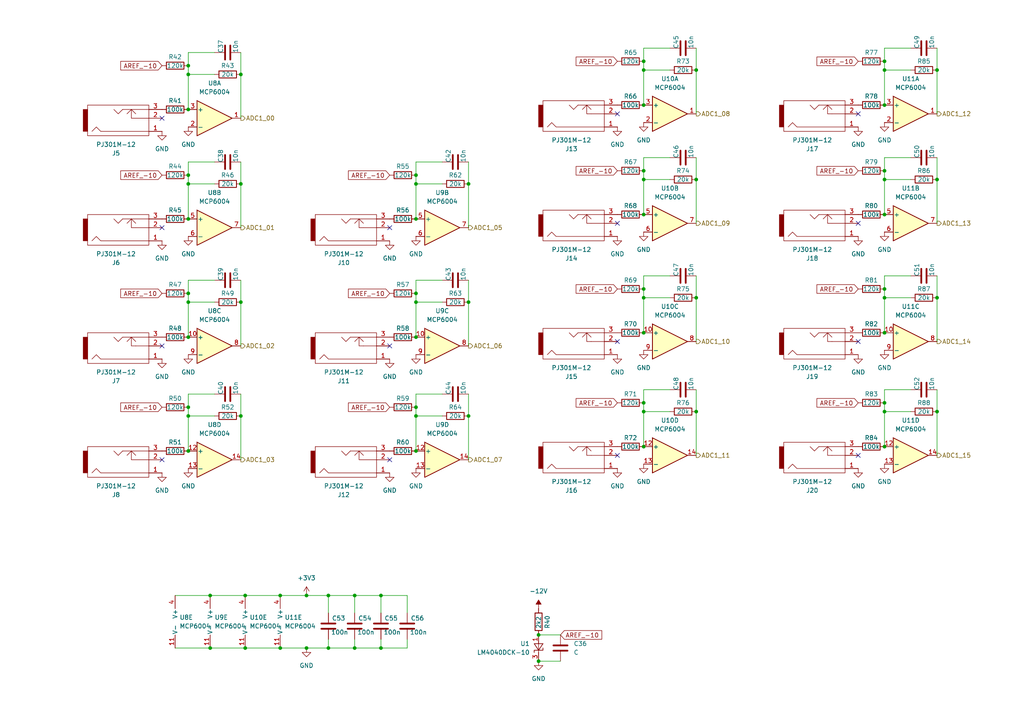
<source format=kicad_sch>
(kicad_sch (version 20231120) (generator "eeschema") (generator_version "8.0")
  (paper "A4")
  (title_block (title "-8/+8 ADC inputs"))
  (lib_symbols
    (symbol "Amplifier_Operational:MCP6004" (pin_names (offset 0.127))
      (property "Reference" "U" (at 0 5.08 0))
      (property "Value" "MCP6004" (at 0 -5.08 0))
      (symbol "MCP6004_1_1"
        (polyline (pts (xy -5.08 5.08) (xy 5.08 0) (xy -5.08 -5.08) (xy -5.08 5.08)) (stroke (width 0.254)) (fill (type background)))
        (pin output line (at 7.62 0 180) (length 2.54) (name "~") (number "1"))
        (pin input line (at -7.62 -2.54 0) (length 2.54) (name "-") (number "2"))
        (pin input line (at -7.62 2.54 0) (length 2.54) (name "+") (number "3"))
      )
      (symbol "MCP6004_2_1"
        (polyline (pts (xy -5.08 5.08) (xy 5.08 0) (xy -5.08 -5.08) (xy -5.08 5.08)) (stroke (width 0.254)) (fill (type background)))
        (pin input line (at -7.62 2.54 0) (length 2.54) (name "+") (number "5"))
        (pin input line (at -7.62 -2.54 0) (length 2.54) (name "-") (number "6"))
        (pin output line (at 7.62 0 180) (length 2.54) (name "~") (number "7"))
      )
      (symbol "MCP6004_3_1"
        (polyline (pts (xy -5.08 5.08) (xy 5.08 0) (xy -5.08 -5.08) (xy -5.08 5.08)) (stroke (width 0.254)) (fill (type background)))
        (pin input line (at -7.62 2.54 0) (length 2.54) (name "+") (number "10"))
        (pin output line (at 7.62 0 180) (length 2.54) (name "~") (number "8"))
        (pin input line (at -7.62 -2.54 0) (length 2.54) (name "-") (number "9"))
      )
      (symbol "MCP6004_4_1"
        (polyline (pts (xy -5.08 5.08) (xy 5.08 0) (xy -5.08 -5.08) (xy -5.08 5.08)) (stroke (width 0.254)) (fill (type background)))
        (pin input line (at -7.62 2.54 0) (length 2.54) (name "+") (number "12"))
        (pin input line (at -7.62 -2.54 0) (length 2.54) (name "-") (number "13"))
        (pin output line (at 7.62 0 180) (length 2.54) (name "~") (number "14"))
      )
      (symbol "MCP6004_5_1"
        (pin power_in line (at -2.54 -7.62 90) (length 3.81) (name "V-") (number "11"))
        (pin power_in line (at -2.54 7.62 270) (length 3.81) (name "V+") (number "4"))
      )
    )
    (symbol "Device:C" (pin_numbers hide) (pin_names (offset 0.254))
      (property "Reference" "C" (at 0.635 2.54 0))
      (property "Value" "C" (at 0.635 -2.54 0))
      (symbol "C_0_1"
        (polyline (pts (xy -2.032 -0.762) (xy 2.032 -0.762)) (stroke (width 0.508)))
        (polyline (pts (xy -2.032 0.762) (xy 2.032 0.762)) (stroke (width 0.508)))
      )
      (symbol "C_1_1"
        (pin passive line (at 0 3.81 270) (length 2.794) (name "~") (number "1"))
        (pin passive line (at 0 -3.81 90) (length 2.794) (name "~") (number "2"))
      )
    )
    (symbol "Device:R" (pin_numbers hide) (pin_names (offset 0))
      (property "Reference" "R" (at 2.032 0 90))
      (property "Value" "R" (at 0 0 90))
      (symbol "R_0_1"
        (rectangle (start -1.016 -2.54) (end 1.016 2.54) (stroke (width 0.254)))
      )
      (symbol "R_1_1"
        (pin passive line (at 0 3.81 270) (length 1.27) (name "~") (number "1"))
        (pin passive line (at 0 -3.81 90) (length 1.27) (name "~") (number "2"))
      )
    )
    (symbol "Reference_Voltage:LM4040DCK-10" (pin_names (offset 0.0254) hide)
      (property "Reference" "U" (at 0 2.54 0))
      (property "Value" "LM4040DCK-10" (at 0 -3.175 0))
      (symbol "LM4040DCK-10_0_1"
        (polyline (pts (xy -1.27 0) (xy 0 0) (xy 1.27 0)))
        (polyline (pts (xy -1.27 -1.27) (xy 0.635 0) (xy -1.27 1.27) (xy -1.27 -1.27)) (stroke (width 0.2032)))
        (polyline (pts (xy 0 -1.27) (xy 0.635 -1.27) (xy 0.635 1.27) (xy 1.27 1.27)) (stroke (width 0.2032)))
      )
      (symbol "LM4040DCK-10_1_1"
        (pin passive line (at -3.81 0 0) (length 2.54) (name "A") (number "1"))
        (pin no_connect line (at -1.27 0 0) (length 2.54) hide (name "NC") (number "2"))
        (pin passive line (at 3.81 0 180) (length 2.54) (name "K") (number "3"))
        (pin no_connect line (at 0 0 0) (length 2.54) hide (name "NC") (number "4"))
        (pin no_connect line (at 1.27 0 0) (length 2.54) hide (name "NC") (number "5"))
      )
    )
    (symbol "eurocad:PJ301M-12" (pin_names (offset 1.016))
      (property "Reference" "J" (at -8.89 -5.08 0))
      (property "Value" "PJ301M-12" (at -3.81 6.35 0))
      (symbol "PJ301M-12_0_1"
        (rectangle (start -11.43 3.81) (end -10.16 -2.54) (fill (type outline)))
        (polyline (pts (xy 3.81 0) (xy 7.62 0) (xy 7.62 0)))
        (polyline (pts (xy 0 -2.54) (xy -1.27 -1.27) (xy -2.54 -2.54) (xy -2.54 -2.54)))
        (polyline (pts (xy 0 -2.54) (xy 7.62 -2.54) (xy 7.62 -2.54) (xy 7.62 -2.54)))
        (polyline (pts (xy 1.27 -1.27) (xy 2.54 -2.54) (xy 3.81 -1.27) (xy 3.81 -1.27)))
        (polyline (pts (xy 3.81 0) (xy 2.54 0) (xy 2.54 -2.54) (xy 2.54 -2.54)))
        (polyline (pts (xy 7.62 3.81) (xy -6.35 3.81) (xy -7.62 2.54) (xy -8.89 3.81) (xy -8.89 3.81)))
        (rectangle (start 7.62 -3.81) (end -10.16 5.08))
      )
      (symbol "PJ301M-12_1_1"
        (pin passive line (at 11.43 3.81 180) (length 3.81) (name "~") (number "1"))
        (pin passive line (at 11.43 0 180) (length 3.81) (name "~") (number "2"))
        (pin passive line (at 11.43 -2.54 180) (length 3.81) (name "~") (number "3"))
      )
    )
    (symbol "power:+3V3" (power) (pin_numbers hide) (pin_names (offset 0) hide)
      (property "Value" "+3V3" (at 0 3.556 0))
      (symbol "+3V3_0_1"
        (polyline (pts (xy -0.762 1.27) (xy 0 2.54)))
        (polyline (pts (xy 0 0) (xy 0 2.54)))
        (polyline (pts (xy 0 2.54) (xy 0.762 1.27)))
      )
      (symbol "+3V3_1_1"
        (pin power_in line (at 0 0 90) (length 0) (name "~") (number "1"))
      )
    )
    (symbol "power:-12V" (power) (pin_numbers hide) (pin_names (offset 0) hide)
      (property "Value" "-12V" (at 0 3.556 0))
      (symbol "-12V_0_0"
        (pin power_in line (at 0 0 90) (length 0) (name "~") (number "1"))
      )
      (symbol "-12V_0_1"
        (polyline (pts (xy 0 0) (xy 0 1.27) (xy 0.762 1.27) (xy 0 2.54) (xy -0.762 1.27) (xy 0 1.27)) (fill (type outline)))
      )
    )
    (symbol "power:GND" (power) (pin_numbers hide) (pin_names (offset 0) hide)
      (property "Value" "GND" (at 0 -3.81 0))
      (symbol "GND_0_1"
        (polyline (pts (xy 0 0) (xy 0 -1.27) (xy 1.27 -1.27) (xy 0 -2.54) (xy -1.27 -1.27) (xy 0 -1.27)))
      )
      (symbol "GND_1_1"
        (pin power_in line (at 0 0 270) (length 0) (name "~") (number "1"))
      )
    )
  )
  (junction (at 69.85 87.63))
  (junction (at 256.54 83.82))
  (junction (at 256.54 96.52))
  (junction (at 95.25 172.72))
  (junction (at 60.96 187.96))
  (junction (at 186.69 49.53))
  (junction (at 54.61 31.75))
  (junction (at 54.61 21.59))
  (junction (at 95.25 187.96))
  (junction (at 102.87 172.72))
  (junction (at 156.21 184.15))
  (junction (at 54.61 118.11))
  (junction (at 54.61 53.34))
  (junction (at 135.89 87.63))
  (junction (at 186.69 86.36))
  (junction (at 69.85 21.59))
  (junction (at 186.69 96.52))
  (junction (at 256.54 52.07))
  (junction (at 81.28 187.96))
  (junction (at 271.78 119.38))
  (junction (at 186.69 119.38))
  (junction (at 69.85 120.65))
  (junction (at 120.65 85.09))
  (junction (at 135.89 53.34))
  (junction (at 120.65 97.79))
  (junction (at 201.93 86.36))
  (junction (at 120.65 53.34))
  (junction (at 256.54 86.36))
  (junction (at 271.78 86.36))
  (junction (at 54.61 97.79))
  (junction (at 54.61 19.05))
  (junction (at 271.78 52.07))
  (junction (at 120.65 130.81))
  (junction (at 60.96 172.72))
  (junction (at 156.21 191.77))
  (junction (at 120.65 50.8))
  (junction (at 256.54 49.53))
  (junction (at 256.54 20.32))
  (junction (at 54.61 85.09))
  (junction (at 256.54 129.54))
  (junction (at 271.78 20.32))
  (junction (at 186.69 30.48))
  (junction (at 256.54 119.38))
  (junction (at 256.54 116.84))
  (junction (at 186.69 116.84))
  (junction (at 71.12 187.96))
  (junction (at 135.89 120.65))
  (junction (at 54.61 130.81))
  (junction (at 186.69 83.82))
  (junction (at 81.28 172.72))
  (junction (at 186.69 129.54))
  (junction (at 54.61 50.8))
  (junction (at 54.61 63.5))
  (junction (at 201.93 52.07))
  (junction (at 201.93 20.32))
  (junction (at 102.87 187.96))
  (junction (at 120.65 120.65))
  (junction (at 88.9 172.72))
  (junction (at 110.49 187.96))
  (junction (at 110.49 172.72))
  (junction (at 120.65 87.63))
  (junction (at 186.69 52.07))
  (junction (at 256.54 62.23))
  (junction (at 186.69 17.78))
  (junction (at 256.54 30.48))
  (junction (at 54.61 87.63))
  (junction (at 186.69 62.23))
  (junction (at 88.9 187.96))
  (junction (at 120.65 118.11))
  (junction (at 69.85 53.34))
  (junction (at 71.12 172.72))
  (junction (at 256.54 17.78))
  (junction (at 186.69 20.32))
  (junction (at 201.93 119.38))
  (junction (at 54.61 120.65))
  (junction (at 120.65 63.5))
  (no_connect (at 46.99 34.29))
  (no_connect (at 179.07 64.77))
  (no_connect (at 248.92 132.08))
  (no_connect (at 248.92 64.77))
  (no_connect (at 113.03 66.04))
  (no_connect (at 46.99 133.35))
  (no_connect (at 46.99 66.04))
  (no_connect (at 248.92 99.06))
  (no_connect (at 113.03 100.33))
  (no_connect (at 248.92 33.02))
  (no_connect (at 179.07 99.06))
  (no_connect (at 113.03 133.35))
  (no_connect (at 46.99 100.33))
  (no_connect (at 179.07 132.08))
  (no_connect (at 179.07 33.02))
  (wire (pts (xy 156.21 184.15) (xy 162.56 184.15)))
  (wire (pts (xy 54.61 85.09) (xy 54.61 87.63)))
  (wire (pts (xy 186.69 113.03) (xy 186.69 116.84)))
  (wire (pts (xy 271.78 119.38) (xy 271.78 132.08)))
  (wire (pts (xy 54.61 53.34) (xy 54.61 63.5)))
  (wire (pts (xy 69.85 87.63) (xy 69.85 100.33)))
  (wire (pts (xy 62.23 120.65) (xy 54.61 120.65)))
  (wire (pts (xy 69.85 21.59) (xy 69.85 34.29)))
  (wire (pts (xy 128.27 53.34) (xy 120.65 53.34)))
  (wire (pts (xy 128.27 114.3) (xy 120.65 114.3)))
  (wire (pts (xy 186.69 13.97) (xy 186.69 17.78)))
  (wire (pts (xy 62.23 87.63) (xy 54.61 87.63)))
  (wire (pts (xy 54.61 21.59) (xy 54.61 31.75)))
  (wire (pts (xy 54.61 50.8) (xy 54.61 53.34)))
  (wire (pts (xy 62.23 81.28) (xy 54.61 81.28)))
  (wire (pts (xy 186.69 49.53) (xy 186.69 52.07)))
  (wire (pts (xy 120.65 114.3) (xy 120.65 118.11)))
  (wire (pts (xy 69.85 46.99) (xy 69.85 53.34)))
  (wire (pts (xy 71.12 187.96) (xy 81.28 187.96)))
  (wire (pts (xy 71.12 172.72) (xy 81.28 172.72)))
  (wire (pts (xy 186.69 86.36) (xy 186.69 96.52)))
  (wire (pts (xy 201.93 13.97) (xy 201.93 20.32)))
  (wire (pts (xy 186.69 119.38) (xy 186.69 129.54)))
  (wire (pts (xy 69.85 114.3) (xy 69.85 120.65)))
  (wire (pts (xy 271.78 86.36) (xy 271.78 99.06)))
  (wire (pts (xy 54.61 46.99) (xy 54.61 50.8)))
  (wire (pts (xy 256.54 20.32) (xy 256.54 30.48)))
  (wire (pts (xy 186.69 80.01) (xy 186.69 83.82)))
  (wire (pts (xy 135.89 120.65) (xy 135.89 133.35)))
  (wire (pts (xy 271.78 52.07) (xy 271.78 64.77)))
  (wire (pts (xy 60.96 187.96) (xy 71.12 187.96)))
  (wire (pts (xy 120.65 118.11) (xy 120.65 120.65)))
  (wire (pts (xy 201.93 86.36) (xy 201.93 99.06)))
  (wire (pts (xy 69.85 81.28) (xy 69.85 87.63)))
  (wire (pts (xy 256.54 80.01) (xy 256.54 83.82)))
  (wire (pts (xy 95.25 172.72) (xy 95.25 177.8)))
  (wire (pts (xy 264.16 113.03) (xy 256.54 113.03)))
  (wire (pts (xy 120.65 81.28) (xy 120.65 85.09)))
  (wire (pts (xy 271.78 80.01) (xy 271.78 86.36)))
  (wire (pts (xy 135.89 81.28) (xy 135.89 87.63)))
  (wire (pts (xy 186.69 116.84) (xy 186.69 119.38)))
  (wire (pts (xy 120.65 85.09) (xy 120.65 87.63)))
  (wire (pts (xy 54.61 81.28) (xy 54.61 85.09)))
  (wire (pts (xy 69.85 15.24) (xy 69.85 21.59)))
  (wire (pts (xy 118.11 172.72) (xy 118.11 177.8)))
  (wire (pts (xy 201.93 20.32) (xy 201.93 33.02)))
  (wire (pts (xy 156.21 191.77) (xy 162.56 191.77)))
  (wire (pts (xy 264.16 20.32) (xy 256.54 20.32)))
  (wire (pts (xy 128.27 87.63) (xy 120.65 87.63)))
  (wire (pts (xy 128.27 46.99) (xy 120.65 46.99)))
  (wire (pts (xy 256.54 13.97) (xy 256.54 17.78)))
  (wire (pts (xy 271.78 20.32) (xy 271.78 33.02)))
  (wire (pts (xy 256.54 86.36) (xy 256.54 96.52)))
  (wire (pts (xy 120.65 50.8) (xy 120.65 53.34)))
  (wire (pts (xy 194.31 52.07) (xy 186.69 52.07)))
  (wire (pts (xy 256.54 116.84) (xy 256.54 119.38)))
  (wire (pts (xy 88.9 172.72) (xy 95.25 172.72)))
  (wire (pts (xy 120.65 46.99) (xy 120.65 50.8)))
  (wire (pts (xy 201.93 80.01) (xy 201.93 86.36)))
  (wire (pts (xy 54.61 19.05) (xy 54.61 21.59)))
  (wire (pts (xy 201.93 119.38) (xy 201.93 132.08)))
  (wire (pts (xy 264.16 119.38) (xy 256.54 119.38)))
  (wire (pts (xy 120.65 120.65) (xy 120.65 130.81)))
  (wire (pts (xy 54.61 114.3) (xy 54.61 118.11)))
  (wire (pts (xy 110.49 172.72) (xy 118.11 172.72)))
  (wire (pts (xy 81.28 187.96) (xy 88.9 187.96)))
  (wire (pts (xy 50.8 172.72) (xy 60.96 172.72)))
  (wire (pts (xy 62.23 15.24) (xy 54.61 15.24)))
  (wire (pts (xy 256.54 119.38) (xy 256.54 129.54)))
  (wire (pts (xy 110.49 187.96) (xy 118.11 187.96)))
  (wire (pts (xy 88.9 187.96) (xy 95.25 187.96)))
  (wire (pts (xy 264.16 13.97) (xy 256.54 13.97)))
  (wire (pts (xy 102.87 187.96) (xy 110.49 187.96)))
  (wire (pts (xy 194.31 86.36) (xy 186.69 86.36)))
  (wire (pts (xy 62.23 114.3) (xy 54.61 114.3)))
  (wire (pts (xy 256.54 49.53) (xy 256.54 52.07)))
  (wire (pts (xy 264.16 52.07) (xy 256.54 52.07)))
  (wire (pts (xy 128.27 120.65) (xy 120.65 120.65)))
  (wire (pts (xy 256.54 113.03) (xy 256.54 116.84)))
  (wire (pts (xy 135.89 87.63) (xy 135.89 100.33)))
  (wire (pts (xy 186.69 83.82) (xy 186.69 86.36)))
  (wire (pts (xy 264.16 80.01) (xy 256.54 80.01)))
  (wire (pts (xy 264.16 86.36) (xy 256.54 86.36)))
  (wire (pts (xy 194.31 119.38) (xy 186.69 119.38)))
  (wire (pts (xy 135.89 46.99) (xy 135.89 53.34)))
  (wire (pts (xy 50.8 187.96) (xy 60.96 187.96)))
  (wire (pts (xy 110.49 172.72) (xy 110.49 177.8)))
  (wire (pts (xy 102.87 172.72) (xy 102.87 177.8)))
  (wire (pts (xy 110.49 185.42) (xy 110.49 187.96)))
  (wire (pts (xy 201.93 45.72) (xy 201.93 52.07)))
  (wire (pts (xy 201.93 52.07) (xy 201.93 64.77)))
  (wire (pts (xy 62.23 21.59) (xy 54.61 21.59)))
  (wire (pts (xy 62.23 46.99) (xy 54.61 46.99)))
  (wire (pts (xy 135.89 114.3) (xy 135.89 120.65)))
  (wire (pts (xy 135.89 53.34) (xy 135.89 66.04)))
  (wire (pts (xy 201.93 113.03) (xy 201.93 119.38)))
  (wire (pts (xy 102.87 172.72) (xy 110.49 172.72)))
  (wire (pts (xy 194.31 13.97) (xy 186.69 13.97)))
  (wire (pts (xy 62.23 53.34) (xy 54.61 53.34)))
  (wire (pts (xy 95.25 172.72) (xy 102.87 172.72)))
  (wire (pts (xy 95.25 187.96) (xy 102.87 187.96)))
  (wire (pts (xy 256.54 52.07) (xy 256.54 62.23)))
  (wire (pts (xy 60.96 172.72) (xy 71.12 172.72)))
  (wire (pts (xy 194.31 113.03) (xy 186.69 113.03)))
  (wire (pts (xy 271.78 45.72) (xy 271.78 52.07)))
  (wire (pts (xy 186.69 52.07) (xy 186.69 62.23)))
  (wire (pts (xy 194.31 20.32) (xy 186.69 20.32)))
  (wire (pts (xy 256.54 83.82) (xy 256.54 86.36)))
  (wire (pts (xy 186.69 20.32) (xy 186.69 30.48)))
  (wire (pts (xy 54.61 120.65) (xy 54.61 130.81)))
  (wire (pts (xy 54.61 87.63) (xy 54.61 97.79)))
  (wire (pts (xy 69.85 120.65) (xy 69.85 133.35)))
  (wire (pts (xy 194.31 80.01) (xy 186.69 80.01)))
  (wire (pts (xy 120.65 53.34) (xy 120.65 63.5)))
  (wire (pts (xy 256.54 17.78) (xy 256.54 20.32)))
  (wire (pts (xy 128.27 81.28) (xy 120.65 81.28)))
  (wire (pts (xy 271.78 13.97) (xy 271.78 20.32)))
  (wire (pts (xy 69.85 53.34) (xy 69.85 66.04)))
  (wire (pts (xy 54.61 118.11) (xy 54.61 120.65)))
  (wire (pts (xy 186.69 17.78) (xy 186.69 20.32)))
  (wire (pts (xy 102.87 185.42) (xy 102.87 187.96)))
  (wire (pts (xy 256.54 45.72) (xy 256.54 49.53)))
  (wire (pts (xy 118.11 185.42) (xy 118.11 187.96)))
  (wire (pts (xy 186.69 45.72) (xy 186.69 49.53)))
  (wire (pts (xy 54.61 15.24) (xy 54.61 19.05)))
  (wire (pts (xy 271.78 113.03) (xy 271.78 119.38)))
  (wire (pts (xy 120.65 87.63) (xy 120.65 97.79)))
  (wire (pts (xy 95.25 185.42) (xy 95.25 187.96)))
  (wire (pts (xy 264.16 45.72) (xy 256.54 45.72)))
  (wire (pts (xy 194.31 45.72) (xy 186.69 45.72)))
  (wire (pts (xy 81.28 172.72) (xy 88.9 172.72)))
  (global_label "AREF_-10" (shape input) (at 248.92 83.82 180) (property "Intersheetrefs" "${INTERSHEET_REFS}" (effects (hide yes))))
  (global_label "AREF_-10" (shape input) (at 113.03 50.8 180) (property "Intersheetrefs" "${INTERSHEET_REFS}" (effects (hide yes))))
  (global_label "AREF_-10" (shape input) (at 179.07 116.84 180) (property "Intersheetrefs" "${INTERSHEET_REFS}" (effects (hide yes))))
  (global_label "AREF_-10" (shape input) (at 179.07 17.78 180) (property "Intersheetrefs" "${INTERSHEET_REFS}" (effects (hide yes))))
  (global_label "AREF_-10" (shape input) (at 46.99 50.8 180) (property "Intersheetrefs" "${INTERSHEET_REFS}" (effects (hide yes))))
  (global_label "AREF_-10" (shape input) (at 248.92 116.84 180) (property "Intersheetrefs" "${INTERSHEET_REFS}" (effects (hide yes))))
  (global_label "AREF_-10" (shape input) (at 113.03 118.11 180) (property "Intersheetrefs" "${INTERSHEET_REFS}" (effects (hide yes))))
  (global_label "AREF_-10" (shape input) (at 179.07 49.53 180) (property "Intersheetrefs" "${INTERSHEET_REFS}" (effects (hide yes))))
  (global_label "AREF_-10" (shape input) (at 248.92 49.53 180) (property "Intersheetrefs" "${INTERSHEET_REFS}" (effects (hide yes))))
  (global_label "AREF_-10" (shape input) (at 46.99 118.11 180) (property "Intersheetrefs" "${INTERSHEET_REFS}" (effects (hide yes))))
  (global_label "AREF_-10" (shape input) (at 179.07 83.82 180) (property "Intersheetrefs" "${INTERSHEET_REFS}" (effects (hide yes))))
  (global_label "AREF_-10" (shape input) (at 248.92 17.78 180) (property "Intersheetrefs" "${INTERSHEET_REFS}" (effects (hide yes))))
  (global_label "AREF_-10" (shape input) (at 162.56 184.15 0) (property "Intersheetrefs" "${INTERSHEET_REFS}" (effects (hide yes))))
  (global_label "AREF_-10" (shape input) (at 46.99 19.05 180) (property "Intersheetrefs" "${INTERSHEET_REFS}" (effects (hide yes))))
  (global_label "AREF_-10" (shape input) (at 113.03 85.09 180) (property "Intersheetrefs" "${INTERSHEET_REFS}" (effects (hide yes))))
  (global_label "AREF_-10" (shape input) (at 46.99 85.09 180) (property "Intersheetrefs" "${INTERSHEET_REFS}" (effects (hide yes))))
  (hierarchical_label "ADC1_14" (shape output) (at 271.78 99.06 0))
  (hierarchical_label "ADC1_11" (shape output) (at 201.93 132.08 0))
  (hierarchical_label "ADC1_05" (shape output) (at 135.89 66.04 0))
  (hierarchical_label "ADC1_06" (shape output) (at 135.89 100.33 0))
  (hierarchical_label "ADC1_10" (shape output) (at 201.93 99.06 0))
  (hierarchical_label "ADC1_01" (shape output) (at 69.85 66.04 0))
  (hierarchical_label "ADC1_15" (shape output) (at 271.78 132.08 0))
  (hierarchical_label "ADC1_03" (shape output) (at 69.85 133.35 0))
  (hierarchical_label "ADC1_07" (shape output) (at 135.89 133.35 0))
  (hierarchical_label "ADC1_12" (shape output) (at 271.78 33.02 0))
  (hierarchical_label "ADC1_02" (shape output) (at 69.85 100.33 0))
  (hierarchical_label "ADC1_08" (shape output) (at 201.93 33.02 0))
  (hierarchical_label "ADC1_00" (shape output) (at 69.85 34.29 0))
  (hierarchical_label "ADC1_09" (shape output) (at 201.93 64.77 0))
  (hierarchical_label "ADC1_13" (shape output) (at 271.78 64.77 0))
  (symbol (lib_id "power:GND") (at 46.99 69.85 0) (unit 1)
    (property "Reference" "#PWR070" (effects (hide yes)))
    (property "Value" "GND" (at 46.99 74.93 0))
    (property "Description" "Power symbol creates a global label with name \"GND\" , ground" (effects (hide yes)))
  )
  (symbol (lib_id "Device:R") (at 267.97 20.32 90) (unit 1)
    (property "Reference" "R85" (at 267.97 17.78 90))
    (property "Value" "20k" (at 267.97 20.32 90))
    (property "Description" "Resistor" (effects (hide yes)))
  )
  (symbol (lib_id "power:GND") (at 113.03 137.16 0) (unit 1)
    (property "Reference" "#PWR079" (effects (hide yes)))
    (property "Value" "GND" (at 113.03 142.24 0))
    (property "Description" "Power symbol creates a global label with name \"GND\" , ground" (effects (hide yes)))
  )
  (symbol (lib_id "Amplifier_Operational:MCP6004") (at 194.31 99.06 0) (unit 3)
    (property "Reference" "U10" (at 194.31 88.9 0))
    (property "Value" "MCP6004" (at 194.31 91.44 0))
    (property "Datasheet" "http://ww1.microchip.com/downloads/en/DeviceDoc/21733j.pdf" (effects (hide yes)))
    (property "Description" "1MHz, Low-Power Op Amp, DIP-14/SOIC-14/TSSOP-14" (effects (hide yes)))
  )
  (symbol (lib_id "power:GND") (at 179.07 36.83 0) (unit 1)
    (property "Reference" "#PWR084" (effects (hide yes)))
    (property "Value" "GND" (at 179.07 41.91 0))
    (property "Description" "Power symbol creates a global label with name \"GND\" , ground" (effects (hide yes)))
  )
  (symbol (lib_id "power:GND") (at 54.61 68.58 0) (unit 1)
    (property "Reference" "#PWR071" (effects (hide yes)))
    (property "Value" "GND" (at 54.61 73.66 0))
    (property "Description" "Power symbol creates a global label with name \"GND\" , ground" (effects (hide yes)))
  )
  (symbol (lib_id "Device:C") (at 132.08 81.28 90) (unit 1)
    (property "Reference" "C43" (at 130.048 79.502 0))
    (property "Value" "10n" (at 134.366 79.502 0))
    (property "Description" "Unpolarized capacitor" (effects (hide yes)))
  )
  (symbol (lib_id "power:GND") (at 54.61 36.83 0) (unit 1)
    (property "Reference" "#PWR069" (effects (hide yes)))
    (property "Value" "GND" (at 54.61 41.91 0))
    (property "Description" "Power symbol creates a global label with name \"GND\" , ground" (effects (hide yes)))
  )
  (symbol (lib_id "Device:R") (at 198.12 86.36 90) (unit 1)
    (property "Reference" "R75" (at 198.12 83.82 90))
    (property "Value" "20k" (at 198.12 86.36 90))
    (property "Description" "Resistor" (effects (hide yes)))
  )
  (symbol (lib_id "Device:R") (at 252.73 49.53 90) (unit 1)
    (property "Reference" "R79" (at 252.73 46.99 90))
    (property "Value" "120k" (at 252.73 49.53 90))
    (property "Description" "Resistor" (effects (hide yes)))
  )
  (symbol (lib_id "Amplifier_Operational:MCP6004") (at 194.31 33.02 0) (unit 1)
    (property "Reference" "U10" (at 194.31 22.86 0))
    (property "Value" "MCP6004" (at 194.31 25.4 0))
    (property "Datasheet" "http://ww1.microchip.com/downloads/en/DeviceDoc/21733j.pdf" (effects (hide yes)))
    (property "Description" "1MHz, Low-Power Op Amp, DIP-14/SOIC-14/TSSOP-14" (effects (hide yes)))
  )
  (symbol (lib_id "Device:C") (at 198.12 80.01 90) (unit 1)
    (property "Reference" "C47" (at 196.088 78.232 0))
    (property "Value" "10n" (at 200.406 78.232 0))
    (property "Description" "Unpolarized capacitor" (effects (hide yes)))
  )
  (symbol (lib_id "power:GND") (at 256.54 134.62 0) (unit 1)
    (property "Reference" "#PWR099" (effects (hide yes)))
    (property "Value" "GND" (at 256.54 139.7 0))
    (property "Description" "Power symbol creates a global label with name \"GND\" , ground" (effects (hide yes)))
  )
  (symbol (lib_id "Device:R") (at 50.8 118.11 90) (unit 1)
    (property "Reference" "R50" (at 50.8 115.57 90))
    (property "Value" "120k" (at 50.8 118.11 90))
    (property "Description" "Resistor" (effects (hide yes)))
  )
  (symbol (lib_id "power:GND") (at 120.65 135.89 0) (unit 1)
    (property "Reference" "#PWR083" (effects (hide yes)))
    (property "Value" "GND" (at 120.65 140.97 0))
    (property "Description" "Power symbol creates a global label with name \"GND\" , ground" (effects (hide yes)))
  )
  (symbol (lib_id "power:GND") (at 46.99 38.1 0) (unit 1)
    (property "Reference" "#PWR068" (effects (hide yes)))
    (property "Value" "GND" (at 46.99 43.18 0))
    (property "Description" "Power symbol creates a global label with name \"GND\" , ground" (effects (hide yes)))
  )
  (symbol (lib_id "power:GND") (at 179.07 68.58 0) (unit 1)
    (property "Reference" "#PWR085" (effects (hide yes)))
    (property "Value" "GND" (at 179.07 73.66 0))
    (property "Description" "Power symbol creates a global label with name \"GND\" , ground" (effects (hide yes)))
  )
  (symbol (lib_id "Amplifier_Operational:MCP6004") (at 62.23 100.33 0) (unit 3)
    (property "Reference" "U8" (at 62.23 90.17 0))
    (property "Value" "MCP6004" (at 62.23 92.71 0))
    (property "Datasheet" "http://ww1.microchip.com/downloads/en/DeviceDoc/21733j.pdf" (effects (hide yes)))
    (property "Description" "1MHz, Low-Power Op Amp, DIP-14/SOIC-14/TSSOP-14" (effects (hide yes)))
  )
  (symbol (lib_id "Amplifier_Operational:MCP6004") (at 62.23 66.04 0) (unit 2)
    (property "Reference" "U8" (at 62.23 55.88 0))
    (property "Value" "MCP6004" (at 62.23 58.42 0))
    (property "Datasheet" "http://ww1.microchip.com/downloads/en/DeviceDoc/21733j.pdf" (effects (hide yes)))
    (property "Description" "1MHz, Low-Power Op Amp, DIP-14/SOIC-14/TSSOP-14" (effects (hide yes)))
  )
  (symbol (lib_id "power:GND") (at 186.69 134.62 0) (unit 1)
    (property "Reference" "#PWR091" (effects (hide yes)))
    (property "Value" "GND" (at 186.69 139.7 0))
    (property "Description" "Power symbol creates a global label with name \"GND\" , ground" (effects (hide yes)))
  )
  (symbol (lib_id "Device:R") (at 252.73 83.82 90) (unit 1)
    (property "Reference" "R81" (at 252.73 81.28 90))
    (property "Value" "120k" (at 252.73 83.82 90))
    (property "Description" "Resistor" (effects (hide yes)))
  )
  (symbol (lib_id "Device:R") (at 252.73 96.52 90) (unit 1)
    (property "Reference" "R82" (at 252.73 93.98 90))
    (property "Value" "100k" (at 252.73 96.52 90))
    (property "Description" "Resistor" (effects (hide yes)))
  )
  (symbol (lib_id "eurocad:PJ301M-12") (at 101.6 133.35 0) (mirror x) (unit 1)
    (property "Reference" "J12" (at 99.695 143.51 0))
    (property "Value" "PJ301M-12" (at 99.695 140.97 0))
  )
  (symbol (lib_id "Device:C") (at 267.97 80.01 90) (unit 1)
    (property "Reference" "C51" (at 265.938 78.232 0))
    (property "Value" "10n" (at 270.256 78.232 0))
    (property "Description" "Unpolarized capacitor" (effects (hide yes)))
  )
  (symbol (lib_id "power:GND") (at 186.69 67.31 0) (unit 1)
    (property "Reference" "#PWR089" (effects (hide yes)))
    (property "Value" "GND" (at 186.69 72.39 0))
    (property "Description" "Power symbol creates a global label with name \"GND\" , ground" (effects (hide yes)))
  )
  (symbol (lib_id "Device:R") (at 116.84 97.79 90) (unit 1)
    (property "Reference" "R58" (at 116.84 95.25 90))
    (property "Value" "100k" (at 116.84 97.79 90))
    (property "Description" "Resistor" (effects (hide yes)))
  )
  (symbol (lib_id "eurocad:PJ301M-12") (at 167.64 64.77 0) (mirror x) (unit 1)
    (property "Reference" "J14" (at 165.735 74.93 0))
    (property "Value" "PJ301M-12" (at 165.735 72.39 0))
  )
  (symbol (lib_id "Device:R") (at 267.97 52.07 90) (unit 1)
    (property "Reference" "R86" (at 267.97 49.53 90))
    (property "Value" "20k" (at 267.97 52.07 90))
    (property "Description" "Resistor" (effects (hide yes)))
  )
  (symbol (lib_id "Device:R") (at 66.04 21.59 90) (unit 1)
    (property "Reference" "R43" (at 66.04 19.05 90))
    (property "Value" "20k" (at 66.04 21.59 90))
    (property "Description" "Resistor" (effects (hide yes)))
  )
  (symbol (lib_id "Device:C") (at 267.97 113.03 90) (unit 1)
    (property "Reference" "C52" (at 265.938 111.252 0))
    (property "Value" "10n" (at 270.256 111.252 0))
    (property "Description" "Unpolarized capacitor" (effects (hide yes)))
  )
  (symbol (lib_id "Device:C") (at 162.56 187.96 0) (unit 1)
    (property "Reference" "C36" (at 166.37 186.6899 0) (effects (justify left)))
    (property "Value" "C" (at 166.37 189.2299 0) (effects (justify left)))
    (property "Description" "Unpolarized capacitor" (effects (hide yes)))
  )
  (symbol (lib_id "Device:R") (at 182.88 62.23 90) (unit 1)
    (property "Reference" "R68" (at 182.88 59.69 90))
    (property "Value" "100k" (at 182.88 62.23 90))
    (property "Description" "Resistor" (effects (hide yes)))
  )
  (symbol (lib_id "eurocad:PJ301M-12") (at 167.64 132.08 0) (mirror x) (unit 1)
    (property "Reference" "J16" (at 165.735 142.24 0))
    (property "Value" "PJ301M-12" (at 165.735 139.7 0))
  )
  (symbol (lib_id "Device:R") (at 132.08 120.65 90) (unit 1)
    (property "Reference" "R64" (at 132.08 118.11 90))
    (property "Value" "20k" (at 132.08 120.65 90))
    (property "Description" "Resistor" (effects (hide yes)))
  )
  (symbol (lib_id "Device:R") (at 182.88 17.78 90) (unit 1)
    (property "Reference" "R65" (at 182.88 15.24 90))
    (property "Value" "120k" (at 182.88 17.78 90))
    (property "Description" "Resistor" (effects (hide yes)))
  )
  (symbol (lib_id "Device:R") (at 50.8 31.75 90) (unit 1)
    (property "Reference" "R41" (at 50.8 29.21 90))
    (property "Value" "100k" (at 50.8 31.75 90))
    (property "Description" "Resistor" (effects (hide yes)))
  )
  (symbol (lib_id "power:GND") (at 179.07 102.87 0) (unit 1)
    (property "Reference" "#PWR086" (effects (hide yes)))
    (property "Value" "GND" (at 179.07 107.95 0))
    (property "Description" "Power symbol creates a global label with name \"GND\" , ground" (effects (hide yes)))
  )
  (symbol (lib_id "Device:R") (at 132.08 53.34 90) (unit 1)
    (property "Reference" "R62" (at 132.08 50.8 90))
    (property "Value" "20k" (at 132.08 53.34 90))
    (property "Description" "Resistor" (effects (hide yes)))
  )
  (symbol (lib_id "Device:R") (at 252.73 30.48 90) (unit 1)
    (property "Reference" "R78" (at 252.73 27.94 90))
    (property "Value" "100k" (at 252.73 30.48 90))
    (property "Description" "Resistor" (effects (hide yes)))
  )
  (symbol (lib_id "eurocad:PJ301M-12") (at 167.64 33.02 0) (mirror x) (unit 1)
    (property "Reference" "J13" (at 165.735 43.18 0))
    (property "Value" "PJ301M-12" (at 165.735 40.64 0))
  )
  (symbol (lib_id "Device:R") (at 116.84 50.8 90) (unit 1)
    (property "Reference" "R55" (at 116.84 48.26 90))
    (property "Value" "120k" (at 116.84 50.8 90))
    (property "Description" "Resistor" (effects (hide yes)))
  )
  (symbol (lib_id "Amplifier_Operational:MCP6004") (at 264.16 64.77 0) (unit 2)
    (property "Reference" "U11" (at 264.16 54.61 0))
    (property "Value" "MCP6004" (at 264.16 57.15 0))
    (property "Datasheet" "http://ww1.microchip.com/downloads/en/DeviceDoc/21733j.pdf" (effects (hide yes)))
    (property "Description" "1MHz, Low-Power Op Amp, DIP-14/SOIC-14/TSSOP-14" (effects (hide yes)))
  )
  (symbol (lib_id "Device:R") (at 66.04 87.63 90) (unit 1)
    (property "Reference" "R49" (at 66.04 85.09 90))
    (property "Value" "20k" (at 66.04 87.63 90))
    (property "Description" "Resistor" (effects (hide yes)))
  )
  (symbol (lib_id "Device:C") (at 198.12 113.03 90) (unit 1)
    (property "Reference" "C48" (at 196.088 111.252 0))
    (property "Value" "10n" (at 200.406 111.252 0))
    (property "Description" "Unpolarized capacitor" (effects (hide yes)))
  )
  (symbol (lib_id "eurocad:PJ301M-12") (at 237.49 99.06 0) (mirror x) (unit 1)
    (property "Reference" "J19" (at 235.585 109.22 0))
    (property "Value" "PJ301M-12" (at 235.585 106.68 0))
  )
  (symbol (lib_id "Device:R") (at 252.73 116.84 90) (unit 1)
    (property "Reference" "R83" (at 252.73 114.3 90))
    (property "Value" "120k" (at 252.73 116.84 90))
    (property "Description" "Resistor" (effects (hide yes)))
  )
  (symbol (lib_id "Device:R") (at 252.73 17.78 90) (unit 1)
    (property "Reference" "R77" (at 252.73 15.24 90))
    (property "Value" "120k" (at 252.73 17.78 90))
    (property "Description" "Resistor" (effects (hide yes)))
  )
  (symbol (lib_id "eurocad:PJ301M-12") (at 35.56 133.35 0) (mirror x) (unit 1)
    (property "Reference" "J8" (at 33.655 143.51 0))
    (property "Value" "PJ301M-12" (at 33.655 140.97 0))
  )
  (symbol (lib_id "Device:C") (at 198.12 45.72 90) (unit 1)
    (property "Reference" "C46" (at 196.088 43.942 0))
    (property "Value" "10n" (at 200.406 43.942 0))
    (property "Description" "Unpolarized capacitor" (effects (hide yes)))
  )
  (symbol (lib_id "Device:R") (at 116.84 130.81 90) (unit 1)
    (property "Reference" "R60" (at 116.84 128.27 90))
    (property "Value" "100k" (at 116.84 130.81 90))
    (property "Description" "Resistor" (effects (hide yes)))
  )
  (symbol (lib_id "Device:C") (at 198.12 13.97 90) (unit 1)
    (property "Reference" "C45" (at 196.088 12.192 0))
    (property "Value" "10n" (at 200.406 12.192 0))
    (property "Description" "Unpolarized capacitor" (effects (hide yes)))
  )
  (symbol (lib_id "Device:R") (at 182.88 83.82 90) (unit 1)
    (property "Reference" "R69" (at 182.88 81.28 90))
    (property "Value" "120k" (at 182.88 83.82 90))
    (property "Description" "Resistor" (effects (hide yes)))
  )
  (symbol (lib_id "power:GND") (at 113.03 104.14 0) (unit 1)
    (property "Reference" "#PWR078" (effects (hide yes)))
    (property "Value" "GND" (at 113.03 109.22 0))
    (property "Description" "Power symbol creates a global label with name \"GND\" , ground" (effects (hide yes)))
  )
  (symbol (lib_id "Device:R") (at 116.84 85.09 90) (unit 1)
    (property "Reference" "R57" (at 116.84 82.55 90))
    (property "Value" "120k" (at 116.84 85.09 90))
    (property "Description" "Resistor" (effects (hide yes)))
  )
  (symbol (lib_id "Device:R") (at 198.12 20.32 90) (unit 1)
    (property "Reference" "R73" (at 198.12 17.78 90))
    (property "Value" "20k" (at 198.12 20.32 90))
    (property "Description" "Resistor" (effects (hide yes)))
  )
  (symbol (lib_id "Device:C") (at 132.08 46.99 90) (unit 1)
    (property "Reference" "C42" (at 130.048 45.212 0))
    (property "Value" "10n" (at 134.366 45.212 0))
    (property "Description" "Unpolarized capacitor" (effects (hide yes)))
  )
  (symbol (lib_id "Device:C") (at 66.04 114.3 90) (unit 1)
    (property "Reference" "C40" (at 64.008 112.522 0))
    (property "Value" "10n" (at 68.326 112.522 0))
    (property "Description" "Unpolarized capacitor" (effects (hide yes)))
  )
  (symbol (lib_id "eurocad:PJ301M-12") (at 101.6 100.33 0) (mirror x) (unit 1)
    (property "Reference" "J11" (at 99.695 110.49 0))
    (property "Value" "PJ301M-12" (at 99.695 107.95 0))
  )
  (symbol (lib_id "Device:C") (at 66.04 15.24 90) (unit 1)
    (property "Reference" "C37" (at 64.008 13.462 0))
    (property "Value" "10n" (at 68.326 13.462 0))
    (property "Description" "Unpolarized capacitor" (effects (hide yes)))
  )
  (symbol (lib_id "power:GND") (at 156.21 191.77 0) (unit 1)
    (property "Reference" "#PWR067" (effects (hide yes)))
    (property "Value" "GND" (at 156.21 196.85 0))
    (property "Description" "Power symbol creates a global label with name \"GND\" , ground" (effects (hide yes)))
  )
  (symbol (lib_id "Amplifier_Operational:MCP6004") (at 128.27 66.04 0) (unit 2)
    (property "Reference" "U9" (at 128.27 55.88 0))
    (property "Value" "MCP6004" (at 128.27 58.42 0))
    (property "Datasheet" "http://ww1.microchip.com/downloads/en/DeviceDoc/21733j.pdf" (effects (hide yes)))
    (property "Description" "1MHz, Low-Power Op Amp, DIP-14/SOIC-14/TSSOP-14" (effects (hide yes)))
  )
  (symbol (lib_id "Device:R") (at 267.97 119.38 90) (unit 1)
    (property "Reference" "R88" (at 267.97 116.84 90))
    (property "Value" "20k" (at 267.97 119.38 90))
    (property "Description" "Resistor" (effects (hide yes)))
  )
  (symbol (lib_id "power:+3V3") (at 88.9 172.72 0) (unit 1)
    (property "Reference" "#PWR021" (effects (hide yes)))
    (property "Value" "+3V3" (at 88.9 167.64 0))
    (property "Description" "Power symbol creates a global label with name \"+3V3\"" (effects (hide yes)))
  )
  (symbol (lib_id "Device:R") (at 116.84 118.11 90) (unit 1)
    (property "Reference" "R59" (at 116.84 115.57 90))
    (property "Value" "120k" (at 116.84 118.11 90))
    (property "Description" "Resistor" (effects (hide yes)))
  )
  (symbol (lib_id "eurocad:PJ301M-12") (at 237.49 132.08 0) (mirror x) (unit 1)
    (property "Reference" "J20" (at 235.585 142.24 0))
    (property "Value" "PJ301M-12" (at 235.585 139.7 0))
  )
  (symbol (lib_id "Amplifier_Operational:MCP6004") (at 264.16 33.02 0) (unit 1)
    (property "Reference" "U11" (at 264.16 22.86 0))
    (property "Value" "MCP6004" (at 264.16 25.4 0))
    (property "Datasheet" "http://ww1.microchip.com/downloads/en/DeviceDoc/21733j.pdf" (effects (hide yes)))
    (property "Description" "1MHz, Low-Power Op Amp, DIP-14/SOIC-14/TSSOP-14" (effects (hide yes)))
  )
  (symbol (lib_id "Amplifier_Operational:MCP6004") (at 63.5 180.34 0) (unit 5)
    (property "Reference" "U9" (at 62.23 179.0699 0) (effects (justify left)))
    (property "Value" "MCP6004" (at 62.23 181.6099 0) (effects (justify left)))
    (property "Datasheet" "http://ww1.microchip.com/downloads/en/DeviceDoc/21733j.pdf" (effects (hide yes)))
    (property "Description" "1MHz, Low-Power Op Amp, DIP-14/SOIC-14/TSSOP-14" (effects (hide yes)))
  )
  (symbol (lib_id "Amplifier_Operational:MCP6004") (at 128.27 133.35 0) (unit 4)
    (property "Reference" "U9" (at 128.27 123.19 0))
    (property "Value" "MCP6004" (at 128.27 125.73 0))
    (property "Datasheet" "http://ww1.microchip.com/downloads/en/DeviceDoc/21733j.pdf" (effects (hide yes)))
    (property "Description" "1MHz, Low-Power Op Amp, DIP-14/SOIC-14/TSSOP-14" (effects (hide yes)))
  )
  (symbol (lib_id "Device:R") (at 50.8 50.8 90) (unit 1)
    (property "Reference" "R44" (at 50.8 48.26 90))
    (property "Value" "120k" (at 50.8 50.8 90))
    (property "Description" "Resistor" (effects (hide yes)))
  )
  (symbol (lib_id "Device:R") (at 66.04 53.34 90) (unit 1)
    (property "Reference" "R46" (at 66.04 50.8 90))
    (property "Value" "20k" (at 66.04 53.34 90))
    (property "Description" "Resistor" (effects (hide yes)))
  )
  (symbol (lib_id "Device:R") (at 50.8 19.05 90) (unit 1)
    (property "Reference" "R42" (at 50.8 16.51 90))
    (property "Value" "120k" (at 50.8 19.05 90))
    (property "Description" "Resistor" (effects (hide yes)))
  )
  (symbol (lib_id "Device:C") (at 267.97 45.72 90) (unit 1)
    (property "Reference" "C50" (at 265.938 43.942 0))
    (property "Value" "10n" (at 270.256 43.942 0))
    (property "Description" "Unpolarized capacitor" (effects (hide yes)))
  )
  (symbol (lib_id "Reference_Voltage:LM4040DCK-10") (at 156.21 187.96 90) (mirror x) (unit 1)
    (property "Reference" "U1" (at 153.67 186.6899 90) (effects (justify left)))
    (property "Value" "LM4040DCK-10" (at 153.67 189.2299 90) (effects (justify left)))
    (property "Footprint" "Package_TO_SOT_SMD:SOT-353_SC-70-5" (effects (hide yes)))
    (property "Datasheet" "http://www.ti.com/lit/ds/symlink/lm4040-n.pdf" (effects (hide yes)))
    (property "Description" "10.0V Precision Micropower Shunt Voltage Reference, SC-70" (effects (hide yes)))
  )
  (symbol (lib_id "power:-12V") (at 156.21 176.53 0) (unit 1)
    (property "Reference" "#PWR022" (effects (hide yes)))
    (property "Value" "-12V" (at 156.21 171.45 0))
    (property "Description" "Power symbol creates a global label with name \"-12V\"" (effects (hide yes)))
  )
  (symbol (lib_id "power:GND") (at 248.92 68.58 0) (unit 1)
    (property "Reference" "#PWR093" (effects (hide yes)))
    (property "Value" "GND" (at 248.92 73.66 0))
    (property "Description" "Power symbol creates a global label with name \"GND\" , ground" (effects (hide yes)))
  )
  (symbol (lib_id "power:GND") (at 120.65 68.58 0) (unit 1)
    (property "Reference" "#PWR081" (effects (hide yes)))
    (property "Value" "GND" (at 120.65 73.66 0))
    (property "Description" "Power symbol creates a global label with name \"GND\" , ground" (effects (hide yes)))
  )
  (symbol (lib_id "Amplifier_Operational:MCP6004") (at 73.66 180.34 0) (unit 5)
    (property "Reference" "U10" (at 72.39 179.0699 0) (effects (justify left)))
    (property "Value" "MCP6004" (at 72.39 181.6099 0) (effects (justify left)))
    (property "Datasheet" "http://ww1.microchip.com/downloads/en/DeviceDoc/21733j.pdf" (effects (hide yes)))
    (property "Description" "1MHz, Low-Power Op Amp, DIP-14/SOIC-14/TSSOP-14" (effects (hide yes)))
  )
  (symbol (lib_id "Device:R") (at 252.73 129.54 90) (unit 1)
    (property "Reference" "R84" (at 252.73 127 90))
    (property "Value" "100k" (at 252.73 129.54 90))
    (property "Description" "Resistor" (effects (hide yes)))
  )
  (symbol (lib_id "Device:C") (at 102.87 181.61 0) (unit 1)
    (property "Reference" "C54" (at 103.886 179.324 0) (effects (justify left)))
    (property "Value" "100n" (at 103.632 183.388 0) (effects (justify left)))
    (property "Description" "Unpolarized capacitor" (effects (hide yes)))
  )
  (symbol (lib_id "power:GND") (at 113.03 69.85 0) (unit 1)
    (property "Reference" "#PWR077" (effects (hide yes)))
    (property "Value" "GND" (at 113.03 74.93 0))
    (property "Description" "Power symbol creates a global label with name \"GND\" , ground" (effects (hide yes)))
  )
  (symbol (lib_id "Amplifier_Operational:MCP6004") (at 264.16 99.06 0) (unit 3)
    (property "Reference" "U11" (at 264.16 88.9 0))
    (property "Value" "MCP6004" (at 264.16 91.44 0))
    (property "Datasheet" "http://ww1.microchip.com/downloads/en/DeviceDoc/21733j.pdf" (effects (hide yes)))
    (property "Description" "1MHz, Low-Power Op Amp, DIP-14/SOIC-14/TSSOP-14" (effects (hide yes)))
  )
  (symbol (lib_id "Device:R") (at 182.88 96.52 90) (unit 1)
    (property "Reference" "R70" (at 182.88 93.98 90))
    (property "Value" "100k" (at 182.88 96.52 90))
    (property "Description" "Resistor" (effects (hide yes)))
  )
  (symbol (lib_id "power:GND") (at 186.69 101.6 0) (unit 1)
    (property "Reference" "#PWR090" (effects (hide yes)))
    (property "Value" "GND" (at 186.69 106.68 0))
    (property "Description" "Power symbol creates a global label with name \"GND\" , ground" (effects (hide yes)))
  )
  (symbol (lib_id "Amplifier_Operational:MCP6004") (at 83.82 180.34 0) (unit 5)
    (property "Reference" "U11" (at 82.55 179.0699 0) (effects (justify left)))
    (property "Value" "MCP6004" (at 82.55 181.6099 0) (effects (justify left)))
    (property "Datasheet" "http://ww1.microchip.com/downloads/en/DeviceDoc/21733j.pdf" (effects (hide yes)))
    (property "Description" "1MHz, Low-Power Op Amp, DIP-14/SOIC-14/TSSOP-14" (effects (hide yes)))
  )
  (symbol (lib_id "eurocad:PJ301M-12") (at 35.56 66.04 0) (mirror x) (unit 1)
    (property "Reference" "J6" (at 33.655 76.2 0))
    (property "Value" "PJ301M-12" (at 33.655 73.66 0))
  )
  (symbol (lib_id "power:GND") (at 179.07 135.89 0) (unit 1)
    (property "Reference" "#PWR087" (effects (hide yes)))
    (property "Value" "GND" (at 179.07 140.97 0))
    (property "Description" "Power symbol creates a global label with name \"GND\" , ground" (effects (hide yes)))
  )
  (symbol (lib_id "Device:R") (at 156.21 180.34 0) (unit 1)
    (property "Reference" "R40" (at 158.75 182.372 90) (effects (justify left)))
    (property "Value" "2k2" (at 156.21 182.372 90) (effects (justify left)))
    (property "Description" "Resistor" (effects (hide yes)))
  )
  (symbol (lib_id "power:GND") (at 46.99 104.14 0) (unit 1)
    (property "Reference" "#PWR072" (effects (hide yes)))
    (property "Value" "GND" (at 46.99 109.22 0))
    (property "Description" "Power symbol creates a global label with name \"GND\" , ground" (effects (hide yes)))
  )
  (symbol (lib_id "Amplifier_Operational:MCP6004") (at 62.23 34.29 0) (unit 1)
    (property "Reference" "U8" (at 62.23 24.13 0))
    (property "Value" "MCP6004" (at 62.23 26.67 0))
    (property "Datasheet" "http://ww1.microchip.com/downloads/en/DeviceDoc/21733j.pdf" (effects (hide yes)))
    (property "Description" "1MHz, Low-Power Op Amp, DIP-14/SOIC-14/TSSOP-14" (effects (hide yes)))
  )
  (symbol (lib_id "eurocad:PJ301M-12") (at 35.56 100.33 0) (mirror x) (unit 1)
    (property "Reference" "J7" (at 33.655 110.49 0))
    (property "Value" "PJ301M-12" (at 33.655 107.95 0))
  )
  (symbol (lib_id "Device:R") (at 116.84 63.5 90) (unit 1)
    (property "Reference" "R56" (at 116.84 60.96 90))
    (property "Value" "100k" (at 116.84 63.5 90))
    (property "Description" "Resistor" (effects (hide yes)))
  )
  (symbol (lib_id "Device:R") (at 182.88 129.54 90) (unit 1)
    (property "Reference" "R72" (at 182.88 127 90))
    (property "Value" "100k" (at 182.88 129.54 90))
    (property "Description" "Resistor" (effects (hide yes)))
  )
  (symbol (lib_id "Device:R") (at 132.08 87.63 90) (unit 1)
    (property "Reference" "R63" (at 132.08 85.09 90))
    (property "Value" "20k" (at 132.08 87.63 90))
    (property "Description" "Resistor" (effects (hide yes)))
  )
  (symbol (lib_id "Device:R") (at 50.8 85.09 90) (unit 1)
    (property "Reference" "R47" (at 50.8 82.55 90))
    (property "Value" "120k" (at 50.8 85.09 90))
    (property "Description" "Resistor" (effects (hide yes)))
  )
  (symbol (lib_id "power:GND") (at 248.92 135.89 0) (unit 1)
    (property "Reference" "#PWR095" (effects (hide yes)))
    (property "Value" "GND" (at 248.92 140.97 0))
    (property "Description" "Power symbol creates a global label with name \"GND\" , ground" (effects (hide yes)))
  )
  (symbol (lib_id "power:GND") (at 248.92 102.87 0) (unit 1)
    (property "Reference" "#PWR094" (effects (hide yes)))
    (property "Value" "GND" (at 248.92 107.95 0))
    (property "Description" "Power symbol creates a global label with name \"GND\" , ground" (effects (hide yes)))
  )
  (symbol (lib_id "Device:R") (at 50.8 97.79 90) (unit 1)
    (property "Reference" "R48" (at 50.8 95.25 90))
    (property "Value" "100k" (at 50.8 97.79 90))
    (property "Description" "Resistor" (effects (hide yes)))
  )
  (symbol (lib_id "power:GND") (at 120.65 102.87 0) (unit 1)
    (property "Reference" "#PWR082" (effects (hide yes)))
    (property "Value" "GND" (at 120.65 107.95 0))
    (property "Description" "Power symbol creates a global label with name \"GND\" , ground" (effects (hide yes)))
  )
  (symbol (lib_id "Device:R") (at 252.73 62.23 90) (unit 1)
    (property "Reference" "R80" (at 252.73 59.69 90))
    (property "Value" "100k" (at 252.73 62.23 90))
    (property "Description" "Resistor" (effects (hide yes)))
  )
  (symbol (lib_id "power:GND") (at 256.54 35.56 0) (unit 1)
    (property "Reference" "#PWR096" (effects (hide yes)))
    (property "Value" "GND" (at 256.54 40.64 0))
    (property "Description" "Power symbol creates a global label with name \"GND\" , ground" (effects (hide yes)))
  )
  (symbol (lib_id "Device:R") (at 50.8 63.5 90) (unit 1)
    (property "Reference" "R45" (at 50.8 60.96 90))
    (property "Value" "100k" (at 50.8 63.5 90))
    (property "Description" "Resistor" (effects (hide yes)))
  )
  (symbol (lib_id "Device:C") (at 267.97 13.97 90) (unit 1)
    (property "Reference" "C49" (at 265.938 12.192 0))
    (property "Value" "10n" (at 270.256 12.192 0))
    (property "Description" "Unpolarized capacitor" (effects (hide yes)))
  )
  (symbol (lib_id "eurocad:PJ301M-12") (at 35.56 34.29 0) (mirror x) (unit 1)
    (property "Reference" "J5" (at 33.655 44.45 0))
    (property "Value" "PJ301M-12" (at 33.655 41.91 0))
  )
  (symbol (lib_id "Amplifier_Operational:MCP6004") (at 194.31 64.77 0) (unit 2)
    (property "Reference" "U10" (at 194.31 54.61 0))
    (property "Value" "MCP6004" (at 194.31 57.15 0))
    (property "Datasheet" "http://ww1.microchip.com/downloads/en/DeviceDoc/21733j.pdf" (effects (hide yes)))
    (property "Description" "1MHz, Low-Power Op Amp, DIP-14/SOIC-14/TSSOP-14" (effects (hide yes)))
  )
  (symbol (lib_id "power:GND") (at 46.99 137.16 0) (unit 1)
    (property "Reference" "#PWR074" (effects (hide yes)))
    (property "Value" "GND" (at 46.99 142.24 0))
    (property "Description" "Power symbol creates a global label with name \"GND\" , ground" (effects (hide yes)))
  )
  (symbol (lib_id "Amplifier_Operational:MCP6004") (at 128.27 100.33 0) (unit 3)
    (property "Reference" "U9" (at 128.27 90.17 0))
    (property "Value" "MCP6004" (at 128.27 92.71 0))
    (property "Datasheet" "http://ww1.microchip.com/downloads/en/DeviceDoc/21733j.pdf" (effects (hide yes)))
    (property "Description" "1MHz, Low-Power Op Amp, DIP-14/SOIC-14/TSSOP-14" (effects (hide yes)))
  )
  (symbol (lib_id "power:GND") (at 186.69 35.56 0) (unit 1)
    (property "Reference" "#PWR088" (effects (hide yes)))
    (property "Value" "GND" (at 186.69 40.64 0))
    (property "Description" "Power symbol creates a global label with name \"GND\" , ground" (effects (hide yes)))
  )
  (symbol (lib_id "Device:R") (at 66.04 120.65 90) (unit 1)
    (property "Reference" "R52" (at 66.04 118.11 90))
    (property "Value" "20k" (at 66.04 120.65 90))
    (property "Description" "Resistor" (effects (hide yes)))
  )
  (symbol (lib_id "Device:R") (at 182.88 30.48 90) (unit 1)
    (property "Reference" "R66" (at 182.88 27.94 90))
    (property "Value" "100k" (at 182.88 30.48 90))
    (property "Description" "Resistor" (effects (hide yes)))
  )
  (symbol (lib_id "Device:R") (at 182.88 116.84 90) (unit 1)
    (property "Reference" "R71" (at 182.88 114.3 90))
    (property "Value" "120k" (at 182.88 116.84 90))
    (property "Description" "Resistor" (effects (hide yes)))
  )
  (symbol (lib_id "Device:C") (at 95.25 181.61 0) (unit 1)
    (property "Reference" "C53" (at 96.266 179.324 0) (effects (justify left)))
    (property "Value" "100n" (at 96.012 183.388 0) (effects (justify left)))
    (property "Description" "Unpolarized capacitor" (effects (hide yes)))
  )
  (symbol (lib_id "eurocad:PJ301M-12") (at 237.49 64.77 0) (mirror x) (unit 1)
    (property "Reference" "J18" (at 235.585 74.93 0))
    (property "Value" "PJ301M-12" (at 235.585 72.39 0))
  )
  (symbol (lib_id "eurocad:PJ301M-12") (at 101.6 66.04 0) (mirror x) (unit 1)
    (property "Reference" "J10" (at 99.695 76.2 0))
    (property "Value" "PJ301M-12" (at 99.695 73.66 0))
  )
  (symbol (lib_id "Device:R") (at 267.97 86.36 90) (unit 1)
    (property "Reference" "R87" (at 267.97 83.82 90))
    (property "Value" "20k" (at 267.97 86.36 90))
    (property "Description" "Resistor" (effects (hide yes)))
  )
  (symbol (lib_id "Device:C") (at 132.08 114.3 90) (unit 1)
    (property "Reference" "C44" (at 130.048 112.522 0))
    (property "Value" "10n" (at 134.366 112.522 0))
    (property "Description" "Unpolarized capacitor" (effects (hide yes)))
  )
  (symbol (lib_id "power:GND") (at 88.9 187.96 0) (unit 1)
    (property "Reference" "#PWR0100" (effects (hide yes)))
    (property "Value" "GND" (at 88.9 193.04 0))
    (property "Description" "Power symbol creates a global label with name \"GND\" , ground" (effects (hide yes)))
  )
  (symbol (lib_id "Device:R") (at 198.12 52.07 90) (unit 1)
    (property "Reference" "R74" (at 198.12 49.53 90))
    (property "Value" "20k" (at 198.12 52.07 90))
    (property "Description" "Resistor" (effects (hide yes)))
  )
  (symbol (lib_id "Amplifier_Operational:MCP6004") (at 62.23 133.35 0) (unit 4)
    (property "Reference" "U8" (at 62.23 123.19 0))
    (property "Value" "MCP6004" (at 62.23 125.73 0))
    (property "Datasheet" "http://ww1.microchip.com/downloads/en/DeviceDoc/21733j.pdf" (effects (hide yes)))
    (property "Description" "1MHz, Low-Power Op Amp, DIP-14/SOIC-14/TSSOP-14" (effects (hide yes)))
  )
  (symbol (lib_id "Device:R") (at 182.88 49.53 90) (unit 1)
    (property "Reference" "R67" (at 182.88 46.99 90))
    (property "Value" "120k" (at 182.88 49.53 90))
    (property "Description" "Resistor" (effects (hide yes)))
  )
  (symbol (lib_id "Amplifier_Operational:MCP6004") (at 53.34 180.34 0) (unit 5)
    (property "Reference" "U8" (at 52.07 179.0699 0) (effects (justify left)))
    (property "Value" "MCP6004" (at 52.07 181.6099 0) (effects (justify left)))
    (property "Datasheet" "http://ww1.microchip.com/downloads/en/DeviceDoc/21733j.pdf" (effects (hide yes)))
    (property "Description" "1MHz, Low-Power Op Amp, DIP-14/SOIC-14/TSSOP-14" (effects (hide yes)))
  )
  (symbol (lib_id "Device:R") (at 50.8 130.81 90) (unit 1)
    (property "Reference" "R51" (at 50.8 128.27 90))
    (property "Value" "100k" (at 50.8 130.81 90))
    (property "Description" "Resistor" (effects (hide yes)))
  )
  (symbol (lib_id "Device:C") (at 66.04 46.99 90) (unit 1)
    (property "Reference" "C38" (at 64.008 45.212 0))
    (property "Value" "10n" (at 68.326 45.212 0))
    (property "Description" "Unpolarized capacitor" (effects (hide yes)))
  )
  (symbol (lib_id "power:GND") (at 248.92 36.83 0) (unit 1)
    (property "Reference" "#PWR092" (effects (hide yes)))
    (property "Value" "GND" (at 248.92 41.91 0))
    (property "Description" "Power symbol creates a global label with name \"GND\" , ground" (effects (hide yes)))
  )
  (symbol (lib_id "Device:C") (at 110.49 181.61 0) (unit 1)
    (property "Reference" "C55" (at 111.506 179.324 0) (effects (justify left)))
    (property "Value" "100n" (at 111.252 183.388 0) (effects (justify left)))
    (property "Description" "Unpolarized capacitor" (effects (hide yes)))
  )
  (symbol (lib_id "power:GND") (at 54.61 135.89 0) (unit 1)
    (property "Reference" "#PWR075" (effects (hide yes)))
    (property "Value" "GND" (at 54.61 140.97 0))
    (property "Description" "Power symbol creates a global label with name \"GND\" , ground" (effects (hide yes)))
  )
  (symbol (lib_id "eurocad:PJ301M-12") (at 167.64 99.06 0) (mirror x) (unit 1)
    (property "Reference" "J15" (at 165.735 109.22 0))
    (property "Value" "PJ301M-12" (at 165.735 106.68 0))
  )
  (symbol (lib_id "power:GND") (at 54.61 102.87 0) (unit 1)
    (property "Reference" "#PWR073" (effects (hide yes)))
    (property "Value" "GND" (at 54.61 107.95 0))
    (property "Description" "Power symbol creates a global label with name \"GND\" , ground" (effects (hide yes)))
  )
  (symbol (lib_id "Device:C") (at 66.04 81.28 90) (unit 1)
    (property "Reference" "C39" (at 64.008 79.502 0))
    (property "Value" "10n" (at 68.326 79.502 0))
    (property "Description" "Unpolarized capacitor" (effects (hide yes)))
  )
  (symbol (lib_id "eurocad:PJ301M-12") (at 237.49 33.02 0) (mirror x) (unit 1)
    (property "Reference" "J17" (at 235.585 43.18 0))
    (property "Value" "PJ301M-12" (at 235.585 40.64 0))
  )
  (symbol (lib_id "power:GND") (at 256.54 67.31 0) (unit 1)
    (property "Reference" "#PWR097" (effects (hide yes)))
    (property "Value" "GND" (at 256.54 72.39 0))
    (property "Description" "Power symbol creates a global label with name \"GND\" , ground" (effects (hide yes)))
  )
  (symbol (lib_id "power:GND") (at 256.54 101.6 0) (unit 1)
    (property "Reference" "#PWR098" (effects (hide yes)))
    (property "Value" "GND" (at 256.54 106.68 0))
    (property "Description" "Power symbol creates a global label with name \"GND\" , ground" (effects (hide yes)))
  )
  (symbol (lib_id "Amplifier_Operational:MCP6004") (at 194.31 132.08 0) (unit 4)
    (property "Reference" "U10" (at 194.31 121.92 0))
    (property "Value" "MCP6004" (at 194.31 124.46 0))
    (property "Datasheet" "http://ww1.microchip.com/downloads/en/DeviceDoc/21733j.pdf" (effects (hide yes)))
    (property "Description" "1MHz, Low-Power Op Amp, DIP-14/SOIC-14/TSSOP-14" (effects (hide yes)))
  )
  (symbol (lib_id "Device:C") (at 118.11 181.61 0) (unit 1)
    (property "Reference" "C56" (at 119.126 179.324 0) (effects (justify left)))
    (property "Value" "100n" (at 118.872 183.388 0) (effects (justify left)))
    (property "Description" "Unpolarized capacitor" (effects (hide yes)))
  )
  (symbol (lib_id "Device:R") (at 198.12 119.38 90) (unit 1)
    (property "Reference" "R76" (at 198.12 116.84 90))
    (property "Value" "20k" (at 198.12 119.38 90))
    (property "Description" "Resistor" (effects (hide yes)))
  )
  (symbol (lib_id "Amplifier_Operational:MCP6004") (at 264.16 132.08 0) (unit 4)
    (property "Reference" "U11" (at 264.16 121.92 0))
    (property "Value" "MCP6004" (at 264.16 124.46 0))
    (property "Datasheet" "http://ww1.microchip.com/downloads/en/DeviceDoc/21733j.pdf" (effects (hide yes)))
    (property "Description" "1MHz, Low-Power Op Amp, DIP-14/SOIC-14/TSSOP-14" (effects (hide yes)))
  )
)
</source>
